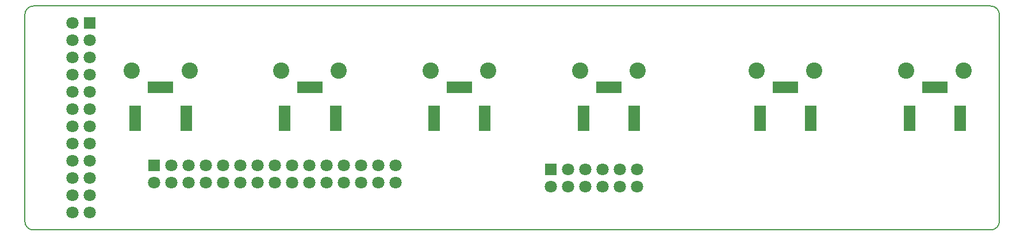
<source format=gbs>
G04*
G04 #@! TF.GenerationSoftware,Altium Limited,Altium Designer,21.9.2 (33)*
G04*
G04 Layer_Color=16711935*
%FSLAX44Y44*%
%MOMM*%
G71*
G04*
G04 #@! TF.SameCoordinates,01A70F28-8483-4680-B752-40752AB34B26*
G04*
G04*
G04 #@! TF.FilePolarity,Negative*
G04*
G01*
G75*
%ADD10C,0.1270*%
%ADD11C,2.4000*%
%ADD12R,1.8000X3.7000*%
%ADD13R,3.7000X1.8000*%
%ADD14R,1.8000X1.8000*%
%ADD15C,1.8000*%
%ADD16R,1.8000X1.8000*%
D10*
X-0Y12700D02*
G03*
X12700Y0I12700J0D01*
G01*
Y330200D02*
G03*
X0Y317500I0J-12700D01*
G01*
X1422400Y-0D02*
G03*
X1435100Y12700I0J12700D01*
G01*
X1435100Y317500D02*
G03*
X1422400Y330200I-12700J0D01*
G01*
X0Y12700D02*
Y317500D01*
X12700Y330200D02*
X1422400D01*
X12700Y0D02*
X1422400D01*
X1435100Y12700D02*
Y317500D01*
D11*
X242500Y235000D02*
D03*
X157500D02*
D03*
X377500D02*
D03*
X462500D02*
D03*
X682500D02*
D03*
X597500D02*
D03*
X817500D02*
D03*
X902500D02*
D03*
X1162500D02*
D03*
X1077500D02*
D03*
X1297500D02*
D03*
X1382500D02*
D03*
D12*
X162500Y165000D02*
D03*
X237500D02*
D03*
X457500D02*
D03*
X382500D02*
D03*
X602500D02*
D03*
X677500D02*
D03*
X897500D02*
D03*
X822500D02*
D03*
X1082500D02*
D03*
X1157500D02*
D03*
X1377500D02*
D03*
X1302500D02*
D03*
D13*
X200000Y210000D02*
D03*
X420000D02*
D03*
X640000D02*
D03*
X860000D02*
D03*
X1120000D02*
D03*
X1340000D02*
D03*
D14*
X190500Y95250D02*
D03*
X774700Y88900D02*
D03*
D15*
X215900Y95250D02*
D03*
X241300D02*
D03*
X266700D02*
D03*
X292100D02*
D03*
X317500D02*
D03*
X342900D02*
D03*
X368300D02*
D03*
X393700D02*
D03*
X419100D02*
D03*
X444500D02*
D03*
X469900D02*
D03*
X495300D02*
D03*
X520700D02*
D03*
X546100D02*
D03*
X190500Y69850D02*
D03*
X368300D02*
D03*
X393700D02*
D03*
X444500D02*
D03*
X469900D02*
D03*
X495300D02*
D03*
X520700D02*
D03*
X546100D02*
D03*
X215900D02*
D03*
X241300D02*
D03*
X266700D02*
D03*
X292100D02*
D03*
X317500D02*
D03*
X342900D02*
D03*
X419100D02*
D03*
X95250Y279400D02*
D03*
Y254000D02*
D03*
Y228600D02*
D03*
Y203200D02*
D03*
Y177800D02*
D03*
Y152400D02*
D03*
Y127000D02*
D03*
Y101600D02*
D03*
Y76200D02*
D03*
Y50800D02*
D03*
Y25400D02*
D03*
X69850Y304800D02*
D03*
Y127000D02*
D03*
Y101600D02*
D03*
Y50800D02*
D03*
Y25400D02*
D03*
Y279400D02*
D03*
Y254000D02*
D03*
Y228600D02*
D03*
Y203200D02*
D03*
Y177800D02*
D03*
Y152400D02*
D03*
Y76200D02*
D03*
X800100Y88900D02*
D03*
X825500D02*
D03*
X850900D02*
D03*
X876300D02*
D03*
X901700D02*
D03*
X774700Y63500D02*
D03*
X800100D02*
D03*
X825500D02*
D03*
X850900D02*
D03*
X876300D02*
D03*
X901700D02*
D03*
D16*
X95250Y304800D02*
D03*
M02*

</source>
